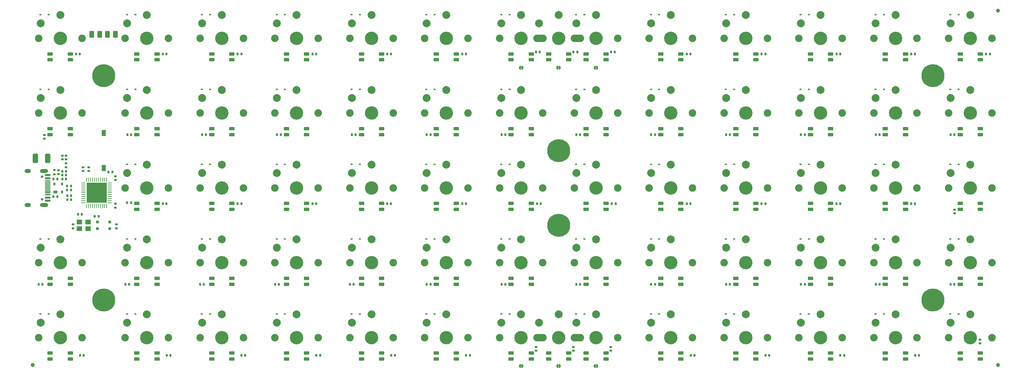
<source format=gbr>
%TF.GenerationSoftware,KiCad,Pcbnew,6.0.11-2627ca5db0~126~ubuntu22.04.1*%
%TF.CreationDate,2023-02-13T08:28:21-04:00*%
%TF.ProjectId,Topo_v0,546f706f-5f76-4302-9e6b-696361645f70,v0*%
%TF.SameCoordinates,Original*%
%TF.FileFunction,Soldermask,Top*%
%TF.FilePolarity,Negative*%
%FSLAX46Y46*%
G04 Gerber Fmt 4.6, Leading zero omitted, Abs format (unit mm)*
G04 Created by KiCad (PCBNEW 6.0.11-2627ca5db0~126~ubuntu22.04.1) date 2023-02-13 08:28:21*
%MOMM*%
%LPD*%
G01*
G04 APERTURE LIST*
G04 Aperture macros list*
%AMRoundRect*
0 Rectangle with rounded corners*
0 $1 Rounding radius*
0 $2 $3 $4 $5 $6 $7 $8 $9 X,Y pos of 4 corners*
0 Add a 4 corners polygon primitive as box body*
4,1,4,$2,$3,$4,$5,$6,$7,$8,$9,$2,$3,0*
0 Add four circle primitives for the rounded corners*
1,1,$1+$1,$2,$3*
1,1,$1+$1,$4,$5*
1,1,$1+$1,$6,$7*
1,1,$1+$1,$8,$9*
0 Add four rect primitives between the rounded corners*
20,1,$1+$1,$2,$3,$4,$5,0*
20,1,$1+$1,$4,$5,$6,$7,0*
20,1,$1+$1,$6,$7,$8,$9,0*
20,1,$1+$1,$8,$9,$2,$3,0*%
%AMFreePoly0*
4,1,17,0.186780,0.262980,0.491580,-0.041820,0.495300,-0.050800,0.495300,-0.152400,0.491580,-0.161380,0.440780,-0.212180,0.431800,-0.215900,-0.431800,-0.215900,-0.440780,-0.212180,-0.491580,-0.161380,-0.495300,-0.152400,-0.495300,-0.050800,-0.491580,-0.041820,-0.186780,0.262980,-0.177800,0.266700,0.177800,0.266700,0.186780,0.262980,0.186780,0.262980,$1*%
G04 Aperture macros list end*
%ADD10R,0.600000X0.450000*%
%ADD11RoundRect,0.140000X0.140000X0.170000X-0.140000X0.170000X-0.140000X-0.170000X0.140000X-0.170000X0*%
%ADD12RoundRect,0.140000X-0.140000X-0.170000X0.140000X-0.170000X0.140000X0.170000X-0.140000X0.170000X0*%
%ADD13RoundRect,0.205000X-0.495000X-0.205000X0.495000X-0.205000X0.495000X0.205000X-0.495000X0.205000X0*%
%ADD14RoundRect,0.205000X0.495000X0.205000X-0.495000X0.205000X-0.495000X-0.205000X0.495000X-0.205000X0*%
%ADD15RoundRect,0.312500X0.312500X-0.562500X0.312500X0.562500X-0.312500X0.562500X-0.312500X-0.562500X0*%
%ADD16RoundRect,0.140000X-0.170000X0.140000X-0.170000X-0.140000X0.170000X-0.140000X0.170000X0.140000X0*%
%ADD17FreePoly0,90.000000*%
%ADD18FreePoly0,270.000000*%
%ADD19RoundRect,0.135000X-0.135000X-0.185000X0.135000X-0.185000X0.135000X0.185000X-0.135000X0.185000X0*%
%ADD20C,5.840001*%
%ADD21R,1.100000X1.500000*%
%ADD22RoundRect,0.140000X0.170000X-0.140000X0.170000X0.140000X-0.170000X0.140000X-0.170000X-0.140000X0*%
%ADD23R,1.400000X1.200000*%
%ADD24C,1.000000*%
%ADD25RoundRect,0.062500X-0.475000X-0.062500X0.475000X-0.062500X0.475000X0.062500X-0.475000X0.062500X0*%
%ADD26RoundRect,0.062500X-0.062500X-0.475000X0.062500X-0.475000X0.062500X0.475000X-0.062500X0.475000X0*%
%ADD27R,5.200000X5.200000*%
%ADD28RoundRect,0.135000X-0.185000X0.135000X-0.185000X-0.135000X0.185000X-0.135000X0.185000X0.135000X0*%
%ADD29R,0.700000X0.750000*%
%ADD30R,1.000000X0.700000*%
%ADD31R,0.600000X0.700000*%
%ADD32RoundRect,0.135000X0.135000X0.185000X-0.135000X0.185000X-0.135000X-0.185000X0.135000X-0.185000X0*%
%ADD33RoundRect,0.250000X-0.412500X-0.925000X0.412500X-0.925000X0.412500X0.925000X-0.412500X0.925000X0*%
%ADD34RoundRect,0.135000X0.185000X-0.135000X0.185000X0.135000X-0.185000X0.135000X-0.185000X-0.135000X0*%
%ADD35RoundRect,0.147500X-0.172500X0.147500X-0.172500X-0.147500X0.172500X-0.147500X0.172500X0.147500X0*%
%ADD36C,0.650000*%
%ADD37R,1.450000X0.600000*%
%ADD38R,1.450000X0.300000*%
%ADD39O,2.100000X1.000000*%
%ADD40O,1.600000X1.000000*%
%ADD41C,1.900000*%
%ADD42C,3.400000*%
%ADD43C,2.000000*%
%ADD44O,3.400000X1.900000*%
G04 APERTURE END LIST*
D10*
%TO.C,D21*%
X163050000Y-81000000D03*
X160950000Y-81000000D03*
%TD*%
%TO.C,D49*%
X220050000Y-43000000D03*
X217950000Y-43000000D03*
%TD*%
%TO.C,D6*%
X125050000Y-100000000D03*
X122950000Y-100000000D03*
%TD*%
D11*
%TO.C,C54*%
X47980000Y-54500000D03*
X47020000Y-54500000D03*
%TD*%
D10*
%TO.C,D50*%
X239050000Y-43000000D03*
X236950000Y-43000000D03*
%TD*%
D11*
%TO.C,C60*%
X161980000Y-54500000D03*
X161020000Y-54500000D03*
%TD*%
D12*
%TO.C,C23*%
X190020000Y-110500000D03*
X190980000Y-110500000D03*
%TD*%
D13*
%TO.C,D73*%
X168550000Y-109950000D03*
X168550000Y-111450000D03*
X163450000Y-111450000D03*
X163450000Y-109950000D03*
%TD*%
D12*
%TO.C,C77*%
X227020000Y-34000000D03*
X227980000Y-34000000D03*
%TD*%
D10*
%TO.C,D47*%
X182050000Y-43000000D03*
X179950000Y-43000000D03*
%TD*%
D14*
%TO.C,D87*%
X182450000Y-92450000D03*
X182450000Y-90950000D03*
X187550000Y-90950000D03*
X187550000Y-92450000D03*
%TD*%
%TO.C,D80*%
X49450000Y-92450000D03*
X49450000Y-90950000D03*
X54550000Y-90950000D03*
X54550000Y-92450000D03*
%TD*%
D10*
%TO.C,D34*%
X182050000Y-62000000D03*
X179950000Y-62000000D03*
%TD*%
D13*
%TO.C,D119*%
X73550000Y-33950000D03*
X73550000Y-35450000D03*
X68450000Y-35450000D03*
X68450000Y-33950000D03*
%TD*%
D10*
%TO.C,D16*%
X68050000Y-81000000D03*
X65950000Y-81000000D03*
%TD*%
%TO.C,D28*%
X68050000Y-62000000D03*
X65950000Y-62000000D03*
%TD*%
%TO.C,D5*%
X106050000Y-100000000D03*
X103950000Y-100000000D03*
%TD*%
D12*
%TO.C,C17*%
X95000000Y-110500000D03*
X95960000Y-110500000D03*
%TD*%
D10*
%TO.C,D15*%
X49050000Y-81000000D03*
X46950000Y-81000000D03*
%TD*%
D14*
%TO.C,D103*%
X258450000Y-73450000D03*
X258450000Y-71950000D03*
X263550000Y-71950000D03*
X263550000Y-73450000D03*
%TD*%
%TO.C,D89*%
X220450000Y-92450000D03*
X220450000Y-90950000D03*
X225550000Y-90950000D03*
X225550000Y-92450000D03*
%TD*%
D12*
%TO.C,C6*%
X31770000Y-70000000D03*
X32730000Y-70000000D03*
%TD*%
D13*
%TO.C,D67*%
X73550000Y-109950000D03*
X73550000Y-111450000D03*
X68450000Y-111450000D03*
X68450000Y-109950000D03*
%TD*%
D15*
%TO.C,J1*%
X38000000Y-29000000D03*
X40000000Y-29000000D03*
X42000000Y-29000000D03*
X44000000Y-29000000D03*
%TD*%
D16*
%TO.C,C10*%
X44000000Y-65020000D03*
X44000000Y-65980000D03*
%TD*%
D12*
%TO.C,C75*%
X189020000Y-34000000D03*
X189980000Y-34000000D03*
%TD*%
D10*
%TO.C,D14*%
X27050000Y-81000000D03*
X24950000Y-81000000D03*
%TD*%
D12*
%TO.C,C69*%
X94020000Y-34000000D03*
X94980000Y-34000000D03*
%TD*%
%TO.C,C41*%
X56020000Y-72000000D03*
X56980000Y-72000000D03*
%TD*%
D11*
%TO.C,C29*%
X47480000Y-92500000D03*
X46520000Y-92500000D03*
%TD*%
%TO.C,C61*%
X180980000Y-54500000D03*
X180020000Y-54500000D03*
%TD*%
D17*
%TO.C,JP2*%
X156200000Y-113250000D03*
D18*
X156800000Y-113250000D03*
%TD*%
D13*
%TO.C,D128*%
X225550000Y-33950000D03*
X225550000Y-35450000D03*
X220450000Y-35450000D03*
X220450000Y-33950000D03*
%TD*%
D11*
%TO.C,C33*%
X123980000Y-92500000D03*
X123020000Y-92500000D03*
%TD*%
D13*
%TO.C,D65*%
X32550000Y-109950000D03*
X32550000Y-111450000D03*
X27450000Y-111450000D03*
X27450000Y-109950000D03*
%TD*%
D14*
%TO.C,D88*%
X201450000Y-92450000D03*
X201450000Y-90950000D03*
X206550000Y-90950000D03*
X206550000Y-92450000D03*
%TD*%
D10*
%TO.C,D33*%
X163050000Y-62000000D03*
X160950000Y-62000000D03*
%TD*%
D14*
%TO.C,D86*%
X163450000Y-92450000D03*
X163450000Y-90950000D03*
X168550000Y-90950000D03*
X168550000Y-92450000D03*
%TD*%
D10*
%TO.C,D19*%
X125050000Y-81000000D03*
X122950000Y-81000000D03*
%TD*%
%TO.C,D36*%
X220050000Y-62000000D03*
X217950000Y-62000000D03*
%TD*%
D11*
%TO.C,C31*%
X85480000Y-92500000D03*
X84520000Y-92500000D03*
%TD*%
D13*
%TO.C,D72*%
X159050000Y-109950000D03*
X159050000Y-111450000D03*
X153950000Y-111450000D03*
X153950000Y-109950000D03*
%TD*%
D11*
%TO.C,C65*%
X256980000Y-54500000D03*
X256020000Y-54500000D03*
%TD*%
D10*
%TO.C,D41*%
X68050000Y-43000000D03*
X65950000Y-43000000D03*
%TD*%
%TO.C,D1*%
X27050000Y-100000000D03*
X24950000Y-100000000D03*
%TD*%
D14*
%TO.C,D85*%
X144450000Y-92450000D03*
X144450000Y-90950000D03*
X149550000Y-90950000D03*
X149550000Y-92450000D03*
%TD*%
D10*
%TO.C,D7*%
X144050000Y-100000000D03*
X141950000Y-100000000D03*
%TD*%
%TO.C,D56*%
X106050000Y-24000000D03*
X103950000Y-24000000D03*
%TD*%
D12*
%TO.C,C25*%
X228020000Y-110500000D03*
X228980000Y-110500000D03*
%TD*%
D13*
%TO.C,D130*%
X263550000Y-33950000D03*
X263550000Y-35450000D03*
X258450000Y-35450000D03*
X258450000Y-33950000D03*
%TD*%
%TO.C,D74*%
X187550000Y-109950000D03*
X187550000Y-111450000D03*
X182450000Y-111450000D03*
X182450000Y-109950000D03*
%TD*%
D11*
%TO.C,C64*%
X237980000Y-54500000D03*
X237020000Y-54500000D03*
%TD*%
D10*
%TO.C,D17*%
X87050000Y-81000000D03*
X84950000Y-81000000D03*
%TD*%
D13*
%TO.C,D122*%
X130550000Y-33950000D03*
X130550000Y-35450000D03*
X125450000Y-35450000D03*
X125450000Y-33950000D03*
%TD*%
D10*
%TO.C,D13*%
X258050000Y-100000000D03*
X255950000Y-100000000D03*
%TD*%
D12*
%TO.C,C14*%
X35020000Y-110500000D03*
X35980000Y-110500000D03*
%TD*%
D13*
%TO.C,D99*%
X187550000Y-71950000D03*
X187550000Y-73450000D03*
X182450000Y-73450000D03*
X182450000Y-71950000D03*
%TD*%
D16*
%TO.C,C53*%
X26000000Y-54520000D03*
X26000000Y-55480000D03*
%TD*%
D14*
%TO.C,D113*%
X201450000Y-54450000D03*
X201450000Y-52950000D03*
X206550000Y-52950000D03*
X206550000Y-54450000D03*
%TD*%
%TO.C,D106*%
X68450000Y-54450000D03*
X68450000Y-52950000D03*
X73550000Y-52950000D03*
X73550000Y-54450000D03*
%TD*%
D10*
%TO.C,D38*%
X258050000Y-62000000D03*
X255950000Y-62000000D03*
%TD*%
D11*
%TO.C,C28*%
X25480000Y-92500000D03*
X24520000Y-92500000D03*
%TD*%
D13*
%TO.C,D75*%
X206550000Y-109950000D03*
X206550000Y-111450000D03*
X201450000Y-111450000D03*
X201450000Y-109950000D03*
%TD*%
D19*
%TO.C,R4*%
X28240000Y-65750000D03*
X29260000Y-65750000D03*
%TD*%
D13*
%TO.C,D102*%
X244550000Y-71950000D03*
X244550000Y-73450000D03*
X239450000Y-73450000D03*
X239450000Y-71950000D03*
%TD*%
D17*
%TO.C,JP5*%
X156200000Y-37500000D03*
D18*
X156800000Y-37500000D03*
%TD*%
D13*
%TO.C,D70*%
X130550000Y-109950000D03*
X130550000Y-111450000D03*
X125450000Y-111450000D03*
X125450000Y-109950000D03*
%TD*%
%TO.C,D94*%
X92550000Y-71950000D03*
X92550000Y-73450000D03*
X87450000Y-73450000D03*
X87450000Y-71950000D03*
%TD*%
D11*
%TO.C,C57*%
X104980000Y-54500000D03*
X104020000Y-54500000D03*
%TD*%
D10*
%TO.C,D24*%
X220050000Y-81000000D03*
X217950000Y-81000000D03*
%TD*%
D12*
%TO.C,C79*%
X265020000Y-34000000D03*
X265980000Y-34000000D03*
%TD*%
D11*
%TO.C,C35*%
X161980000Y-92500000D03*
X161020000Y-92500000D03*
%TD*%
D13*
%TO.C,D124*%
X159050000Y-33950000D03*
X159050000Y-35450000D03*
X153950000Y-35450000D03*
X153950000Y-33950000D03*
%TD*%
D10*
%TO.C,D64*%
X258050000Y-24000000D03*
X255950000Y-24000000D03*
%TD*%
D11*
%TO.C,C58*%
X123980000Y-54500000D03*
X123020000Y-54500000D03*
%TD*%
D12*
%TO.C,C16*%
X76020000Y-110500000D03*
X76980000Y-110500000D03*
%TD*%
D10*
%TO.C,D8*%
X163050000Y-100000000D03*
X160950000Y-100000000D03*
%TD*%
D12*
%TO.C,C18*%
X114020000Y-110500000D03*
X114980000Y-110500000D03*
%TD*%
%TO.C,C76*%
X208020000Y-34000000D03*
X208980000Y-34000000D03*
%TD*%
D20*
%TO.C,H6*%
X251500000Y-39500000D03*
%TD*%
D13*
%TO.C,D96*%
X130550000Y-71950000D03*
X130550000Y-73450000D03*
X125450000Y-73450000D03*
X125450000Y-71950000D03*
%TD*%
D12*
%TO.C,C70*%
X113020000Y-34000000D03*
X113980000Y-34000000D03*
%TD*%
D10*
%TO.C,D31*%
X125050000Y-62000000D03*
X122950000Y-62000000D03*
%TD*%
D13*
%TO.C,D125*%
X168550000Y-33950000D03*
X168550000Y-35450000D03*
X163450000Y-35450000D03*
X163450000Y-33950000D03*
%TD*%
D12*
%TO.C,C74*%
X169827836Y-33500000D03*
X170787836Y-33500000D03*
%TD*%
D11*
%TO.C,C59*%
X142980000Y-54500000D03*
X142020000Y-54500000D03*
%TD*%
%TO.C,C55*%
X66980000Y-54500000D03*
X66020000Y-54500000D03*
%TD*%
D13*
%TO.C,D121*%
X111550000Y-33950000D03*
X111550000Y-35450000D03*
X106450000Y-35450000D03*
X106450000Y-33950000D03*
%TD*%
D11*
%TO.C,C2*%
X31480000Y-65750000D03*
X30520000Y-65750000D03*
%TD*%
D12*
%TO.C,C48*%
X189020000Y-72000000D03*
X189980000Y-72000000D03*
%TD*%
D21*
%TO.C,SW2*%
X41000000Y-62950000D03*
X41000000Y-54050000D03*
%TD*%
D10*
%TO.C,D59*%
X163050000Y-24000000D03*
X160950000Y-24000000D03*
%TD*%
D13*
%TO.C,D127*%
X206550000Y-33950000D03*
X206550000Y-35450000D03*
X201450000Y-35450000D03*
X201450000Y-33950000D03*
%TD*%
D10*
%TO.C,D9*%
X182050000Y-100000000D03*
X179950000Y-100000000D03*
%TD*%
D22*
%TO.C,C22*%
X169750000Y-109380000D03*
X169750000Y-108420000D03*
%TD*%
D12*
%TO.C,C68*%
X75020000Y-34000000D03*
X75980000Y-34000000D03*
%TD*%
D10*
%TO.C,D18*%
X106050000Y-81000000D03*
X103950000Y-81000000D03*
%TD*%
D23*
%TO.C,Y1*%
X37100000Y-76650000D03*
X34900000Y-76650000D03*
X34900000Y-78350000D03*
X37100000Y-78350000D03*
%TD*%
D11*
%TO.C,C81*%
X39730000Y-75250000D03*
X38770000Y-75250000D03*
%TD*%
D12*
%TO.C,C43*%
X94020000Y-72000000D03*
X94980000Y-72000000D03*
%TD*%
D11*
%TO.C,C39*%
X237980000Y-92500000D03*
X237020000Y-92500000D03*
%TD*%
D24*
%TO.C,FID3*%
X268000000Y-23000000D03*
%TD*%
D10*
%TO.C,D54*%
X68050000Y-24000000D03*
X65950000Y-24000000D03*
%TD*%
D14*
%TO.C,D104*%
X27450000Y-54450000D03*
X27450000Y-52950000D03*
X32550000Y-52950000D03*
X32550000Y-54450000D03*
%TD*%
D10*
%TO.C,D42*%
X87050000Y-43000000D03*
X84950000Y-43000000D03*
%TD*%
%TO.C,D57*%
X125050000Y-24000000D03*
X122950000Y-24000000D03*
%TD*%
D16*
%TO.C,C80*%
X29500000Y-63520000D03*
X29500000Y-64480000D03*
%TD*%
D11*
%TO.C,C9*%
X35480000Y-74750000D03*
X34520000Y-74750000D03*
%TD*%
D10*
%TO.C,D22*%
X182050000Y-81000000D03*
X179950000Y-81000000D03*
%TD*%
%TO.C,D20*%
X144050000Y-81000000D03*
X141950000Y-81000000D03*
%TD*%
D12*
%TO.C,C71*%
X132020000Y-34000000D03*
X132980000Y-34000000D03*
%TD*%
D14*
%TO.C,D83*%
X106450000Y-92450000D03*
X106450000Y-90950000D03*
X111550000Y-90950000D03*
X111550000Y-92450000D03*
%TD*%
D16*
%TO.C,C11*%
X44000000Y-72020000D03*
X44000000Y-72980000D03*
%TD*%
D14*
%TO.C,D82*%
X87450000Y-92450000D03*
X87450000Y-90950000D03*
X92550000Y-90950000D03*
X92550000Y-92450000D03*
%TD*%
D10*
%TO.C,D48*%
X201050000Y-43000000D03*
X198950000Y-43000000D03*
%TD*%
D13*
%TO.C,D97*%
X149550000Y-71950000D03*
X149550000Y-73450000D03*
X144450000Y-73450000D03*
X144450000Y-71950000D03*
%TD*%
D25*
%TO.C,U1*%
X35912500Y-66750000D03*
X35912500Y-67250000D03*
X35912500Y-67750000D03*
X35912500Y-68250000D03*
X35912500Y-68750000D03*
X35912500Y-69250000D03*
X35912500Y-69750000D03*
X35912500Y-70250000D03*
X35912500Y-70750000D03*
X35912500Y-71250000D03*
X35912500Y-71750000D03*
D26*
X36750000Y-72587500D03*
X37250000Y-72587500D03*
X37750000Y-72587500D03*
X38250000Y-72587500D03*
X38750000Y-72587500D03*
X39250000Y-72587500D03*
X39750000Y-72587500D03*
X40250000Y-72587500D03*
X40750000Y-72587500D03*
X41250000Y-72587500D03*
X41750000Y-72587500D03*
D25*
X42587500Y-71750000D03*
X42587500Y-71250000D03*
X42587500Y-70750000D03*
X42587500Y-70250000D03*
X42587500Y-69750000D03*
X42587500Y-69250000D03*
X42587500Y-68750000D03*
X42587500Y-68250000D03*
X42587500Y-67750000D03*
X42587500Y-67250000D03*
X42587500Y-66750000D03*
D26*
X41750000Y-65912500D03*
X41250000Y-65912500D03*
X40750000Y-65912500D03*
X40250000Y-65912500D03*
X39750000Y-65912500D03*
X39250000Y-65912500D03*
X38750000Y-65912500D03*
X38250000Y-65912500D03*
X37750000Y-65912500D03*
X37250000Y-65912500D03*
X36750000Y-65912500D03*
D27*
X39250000Y-69250000D03*
%TD*%
D10*
%TO.C,D12*%
X239050000Y-100000000D03*
X236950000Y-100000000D03*
%TD*%
%TO.C,D30*%
X106050000Y-62000000D03*
X103950000Y-62000000D03*
%TD*%
D12*
%TO.C,C42*%
X75020000Y-72000000D03*
X75980000Y-72000000D03*
%TD*%
D13*
%TO.C,D71*%
X149550000Y-109950000D03*
X149550000Y-111450000D03*
X144450000Y-111450000D03*
X144450000Y-109950000D03*
%TD*%
D20*
%TO.C,H1*%
X41000000Y-96500000D03*
%TD*%
D14*
%TO.C,D107*%
X87450000Y-54450000D03*
X87450000Y-52950000D03*
X92550000Y-52950000D03*
X92550000Y-54450000D03*
%TD*%
D12*
%TO.C,C19*%
X133020000Y-110500000D03*
X133980000Y-110500000D03*
%TD*%
%TO.C,C24*%
X209020000Y-110500000D03*
X209980000Y-110500000D03*
%TD*%
D11*
%TO.C,C36*%
X180980000Y-92500000D03*
X180020000Y-92500000D03*
%TD*%
D12*
%TO.C,C15*%
X57020000Y-110500000D03*
X57980000Y-110500000D03*
%TD*%
D20*
%TO.C,H3*%
X156500000Y-77500000D03*
%TD*%
D10*
%TO.C,D63*%
X239050000Y-24000000D03*
X236950000Y-24000000D03*
%TD*%
D12*
%TO.C,C78*%
X246020000Y-34000000D03*
X246980000Y-34000000D03*
%TD*%
D13*
%TO.C,D101*%
X225550000Y-71950000D03*
X225550000Y-73450000D03*
X220450000Y-73450000D03*
X220450000Y-71950000D03*
%TD*%
%TO.C,D118*%
X54550000Y-33950000D03*
X54550000Y-35450000D03*
X49450000Y-35450000D03*
X49450000Y-33950000D03*
%TD*%
%TO.C,D78*%
X263550000Y-109950000D03*
X263550000Y-111450000D03*
X258450000Y-111450000D03*
X258450000Y-109950000D03*
%TD*%
D12*
%TO.C,C45*%
X132020000Y-72000000D03*
X132980000Y-72000000D03*
%TD*%
D13*
%TO.C,D77*%
X244550000Y-109950000D03*
X244550000Y-111450000D03*
X239450000Y-111450000D03*
X239450000Y-109950000D03*
%TD*%
D22*
%TO.C,C13*%
X37250000Y-63730000D03*
X37250000Y-62770000D03*
%TD*%
D10*
%TO.C,D25*%
X239050000Y-81000000D03*
X236950000Y-81000000D03*
%TD*%
%TO.C,D29*%
X87050000Y-62000000D03*
X84950000Y-62000000D03*
%TD*%
D14*
%TO.C,D90*%
X239450000Y-92450000D03*
X239450000Y-90950000D03*
X244550000Y-90950000D03*
X244550000Y-92450000D03*
%TD*%
D10*
%TO.C,D60*%
X182050000Y-24000000D03*
X179950000Y-24000000D03*
%TD*%
D11*
%TO.C,C38*%
X218980000Y-92500000D03*
X218020000Y-92500000D03*
%TD*%
D17*
%TO.C,JP6*%
X165700000Y-37500000D03*
D18*
X166300000Y-37500000D03*
%TD*%
D12*
%TO.C,C73*%
X160270000Y-33500000D03*
X161230000Y-33500000D03*
%TD*%
D13*
%TO.C,D69*%
X111550000Y-109950000D03*
X111550000Y-111450000D03*
X106450000Y-111450000D03*
X106450000Y-109950000D03*
%TD*%
D28*
%TO.C,R1*%
X28500000Y-63490000D03*
X28500000Y-64510000D03*
%TD*%
D13*
%TO.C,D68*%
X92550000Y-109950000D03*
X92550000Y-111450000D03*
X87450000Y-111450000D03*
X87450000Y-109950000D03*
%TD*%
D14*
%TO.C,D84*%
X125450000Y-92450000D03*
X125450000Y-90950000D03*
X130550000Y-90950000D03*
X130550000Y-92450000D03*
%TD*%
D12*
%TO.C,C72*%
X150770000Y-33500000D03*
X151730000Y-33500000D03*
%TD*%
D11*
%TO.C,C30*%
X66480000Y-92500000D03*
X65520000Y-92500000D03*
%TD*%
D10*
%TO.C,D26*%
X258050000Y-81000000D03*
X255950000Y-81000000D03*
%TD*%
%TO.C,D43*%
X106050000Y-43000000D03*
X103950000Y-43000000D03*
%TD*%
%TO.C,D52*%
X27050000Y-24000000D03*
X24950000Y-24000000D03*
%TD*%
%TO.C,D51*%
X258050000Y-43000000D03*
X255950000Y-43000000D03*
%TD*%
%TO.C,D39*%
X27050000Y-43000000D03*
X24950000Y-43000000D03*
%TD*%
D12*
%TO.C,C46*%
X151020000Y-72000000D03*
X151980000Y-72000000D03*
%TD*%
D13*
%TO.C,D95*%
X111550000Y-71950000D03*
X111550000Y-73450000D03*
X106450000Y-73450000D03*
X106450000Y-71950000D03*
%TD*%
D19*
%TO.C,R5*%
X28240000Y-70250000D03*
X29260000Y-70250000D03*
%TD*%
D29*
%TO.C,SW1*%
X39400000Y-76675000D03*
X42600000Y-76675000D03*
X39400000Y-78325000D03*
X42600000Y-78325000D03*
%TD*%
D30*
%TO.C,TVS1*%
X28750000Y-69000000D03*
D31*
X30450000Y-69000000D03*
X30450000Y-67000000D03*
X28550000Y-67000000D03*
%TD*%
D12*
%TO.C,C47*%
X170020000Y-72000000D03*
X170980000Y-72000000D03*
%TD*%
D16*
%TO.C,C52*%
X257000000Y-73520000D03*
X257000000Y-74480000D03*
%TD*%
D22*
%TO.C,C27*%
X263500000Y-107480000D03*
X263500000Y-106520000D03*
%TD*%
D12*
%TO.C,C50*%
X227020000Y-72000000D03*
X227980000Y-72000000D03*
%TD*%
D10*
%TO.C,D55*%
X87050000Y-24000000D03*
X84950000Y-24000000D03*
%TD*%
D11*
%TO.C,C56*%
X85980000Y-54500000D03*
X85020000Y-54500000D03*
%TD*%
D14*
%TO.C,D116*%
X258450000Y-54450000D03*
X258450000Y-52950000D03*
X263550000Y-52950000D03*
X263550000Y-54450000D03*
%TD*%
D13*
%TO.C,D120*%
X92550000Y-33950000D03*
X92550000Y-35450000D03*
X87450000Y-35450000D03*
X87450000Y-33950000D03*
%TD*%
D10*
%TO.C,D27*%
X49050000Y-62000000D03*
X46950000Y-62000000D03*
%TD*%
D20*
%TO.C,H4*%
X156500000Y-58500000D03*
%TD*%
D10*
%TO.C,D35*%
X201050000Y-62000000D03*
X198950000Y-62000000D03*
%TD*%
D22*
%TO.C,C12*%
X35750000Y-63730000D03*
X35750000Y-62770000D03*
%TD*%
D12*
%TO.C,C44*%
X113020000Y-72000000D03*
X113980000Y-72000000D03*
%TD*%
D14*
%TO.C,D110*%
X144450000Y-54450000D03*
X144450000Y-52950000D03*
X149550000Y-52950000D03*
X149550000Y-54450000D03*
%TD*%
D10*
%TO.C,D4*%
X87050000Y-100000000D03*
X84950000Y-100000000D03*
%TD*%
D13*
%TO.C,D93*%
X73550000Y-71950000D03*
X73550000Y-73450000D03*
X68450000Y-73450000D03*
X68450000Y-71950000D03*
%TD*%
D11*
%TO.C,C34*%
X142980000Y-92500000D03*
X142020000Y-92500000D03*
%TD*%
D12*
%TO.C,C4*%
X30520000Y-63750000D03*
X31480000Y-63750000D03*
%TD*%
D17*
%TO.C,JP4*%
X146700000Y-37500000D03*
D18*
X147300000Y-37500000D03*
%TD*%
D13*
%TO.C,D98*%
X168550000Y-71950000D03*
X168550000Y-73450000D03*
X163450000Y-73450000D03*
X163450000Y-71950000D03*
%TD*%
D10*
%TO.C,D58*%
X144050000Y-24000000D03*
X141950000Y-24000000D03*
%TD*%
D14*
%TO.C,D115*%
X239450000Y-54450000D03*
X239450000Y-52950000D03*
X244550000Y-52950000D03*
X244550000Y-54450000D03*
%TD*%
%TO.C,D105*%
X49450000Y-54450000D03*
X49450000Y-52950000D03*
X54550000Y-52950000D03*
X54550000Y-54450000D03*
%TD*%
D10*
%TO.C,D62*%
X220050000Y-24000000D03*
X217950000Y-24000000D03*
%TD*%
D12*
%TO.C,C51*%
X246020000Y-72000000D03*
X246980000Y-72000000D03*
%TD*%
D13*
%TO.C,D100*%
X206550000Y-71950000D03*
X206550000Y-73450000D03*
X201450000Y-73450000D03*
X201450000Y-71950000D03*
%TD*%
D11*
%TO.C,C32*%
X104480000Y-92500000D03*
X103520000Y-92500000D03*
%TD*%
D13*
%TO.C,D126*%
X187550000Y-33950000D03*
X187550000Y-35450000D03*
X182450000Y-35450000D03*
X182450000Y-33950000D03*
%TD*%
D24*
%TO.C,FID2*%
X268000000Y-113000000D03*
%TD*%
D11*
%TO.C,C3*%
X31480000Y-64750000D03*
X30520000Y-64750000D03*
%TD*%
D10*
%TO.C,D23*%
X201050000Y-81000000D03*
X198950000Y-81000000D03*
%TD*%
D14*
%TO.C,D109*%
X125450000Y-54450000D03*
X125450000Y-52950000D03*
X130550000Y-52950000D03*
X130550000Y-54450000D03*
%TD*%
%TO.C,D112*%
X182450000Y-54450000D03*
X182450000Y-52950000D03*
X187550000Y-52950000D03*
X187550000Y-54450000D03*
%TD*%
D10*
%TO.C,D46*%
X163050000Y-43000000D03*
X160950000Y-43000000D03*
%TD*%
D17*
%TO.C,JP3*%
X165700000Y-113250000D03*
D18*
X166300000Y-113250000D03*
%TD*%
D20*
%TO.C,H2*%
X251500000Y-96500000D03*
%TD*%
D16*
%TO.C,C5*%
X30500000Y-59770000D03*
X30500000Y-60730000D03*
%TD*%
D12*
%TO.C,C7*%
X31770000Y-71000000D03*
X32730000Y-71000000D03*
%TD*%
D13*
%TO.C,D129*%
X244550000Y-33950000D03*
X244550000Y-35450000D03*
X239450000Y-35450000D03*
X239450000Y-33950000D03*
%TD*%
%TO.C,D117*%
X32550000Y-33950000D03*
X32550000Y-35450000D03*
X27450000Y-35450000D03*
X27450000Y-33950000D03*
%TD*%
D12*
%TO.C,C67*%
X56020000Y-34000000D03*
X56980000Y-34000000D03*
%TD*%
D10*
%TO.C,D3*%
X68050000Y-100000000D03*
X65950000Y-100000000D03*
%TD*%
D11*
%TO.C,C37*%
X199980000Y-92500000D03*
X199020000Y-92500000D03*
%TD*%
D10*
%TO.C,D53*%
X49050000Y-24000000D03*
X46950000Y-24000000D03*
%TD*%
D14*
%TO.C,D79*%
X27450000Y-92450000D03*
X27450000Y-90950000D03*
X32550000Y-90950000D03*
X32550000Y-92450000D03*
%TD*%
D24*
%TO.C,FID1*%
X23000000Y-113000000D03*
%TD*%
D13*
%TO.C,D92*%
X54550000Y-71950000D03*
X54550000Y-73450000D03*
X49450000Y-73450000D03*
X49450000Y-71950000D03*
%TD*%
D10*
%TO.C,D10*%
X201050000Y-100000000D03*
X198950000Y-100000000D03*
%TD*%
D14*
%TO.C,D91*%
X258450000Y-92450000D03*
X258450000Y-90950000D03*
X263550000Y-90950000D03*
X263550000Y-92450000D03*
%TD*%
D12*
%TO.C,C49*%
X208020000Y-72000000D03*
X208980000Y-72000000D03*
%TD*%
D14*
%TO.C,D81*%
X68450000Y-92450000D03*
X68450000Y-90950000D03*
X73550000Y-90950000D03*
X73550000Y-92450000D03*
%TD*%
D13*
%TO.C,D123*%
X149550000Y-33950000D03*
X149550000Y-35450000D03*
X144450000Y-35450000D03*
X144450000Y-33950000D03*
%TD*%
D11*
%TO.C,C63*%
X218980000Y-54500000D03*
X218020000Y-54500000D03*
%TD*%
D32*
%TO.C,R8*%
X32760000Y-67500000D03*
X31740000Y-67500000D03*
%TD*%
D19*
%TO.C,R3*%
X42240000Y-64000000D03*
X43260000Y-64000000D03*
%TD*%
%TO.C,R6*%
X46990000Y-71750000D03*
X48010000Y-71750000D03*
%TD*%
D33*
%TO.C,C1*%
X23712500Y-60500000D03*
X26787500Y-60500000D03*
%TD*%
D10*
%TO.C,D32*%
X144050000Y-62000000D03*
X141950000Y-62000000D03*
%TD*%
D14*
%TO.C,D108*%
X106450000Y-54450000D03*
X106450000Y-52950000D03*
X111550000Y-52950000D03*
X111550000Y-54450000D03*
%TD*%
D32*
%TO.C,R7*%
X32760000Y-68500000D03*
X31740000Y-68500000D03*
%TD*%
D34*
%TO.C,R2*%
X44250000Y-78260000D03*
X44250000Y-77240000D03*
%TD*%
D13*
%TO.C,D76*%
X225550000Y-109950000D03*
X225550000Y-111450000D03*
X220450000Y-111450000D03*
X220450000Y-109950000D03*
%TD*%
D20*
%TO.C,H5*%
X41000000Y-39500000D03*
%TD*%
D11*
%TO.C,C62*%
X199980000Y-54500000D03*
X199020000Y-54500000D03*
%TD*%
D35*
%TO.C,FB1*%
X31500000Y-61765000D03*
X31500000Y-62735000D03*
%TD*%
D16*
%TO.C,C82*%
X33250000Y-77270000D03*
X33250000Y-78230000D03*
%TD*%
D17*
%TO.C,JP1*%
X146700000Y-113250000D03*
D18*
X147300000Y-113250000D03*
%TD*%
D14*
%TO.C,D114*%
X220450000Y-54450000D03*
X220450000Y-52950000D03*
X225550000Y-52950000D03*
X225550000Y-54450000D03*
%TD*%
D10*
%TO.C,D40*%
X49050000Y-43000000D03*
X46950000Y-43000000D03*
%TD*%
D13*
%TO.C,D66*%
X54550000Y-109950000D03*
X54550000Y-111450000D03*
X49450000Y-111450000D03*
X49450000Y-109950000D03*
%TD*%
D11*
%TO.C,C40*%
X256980000Y-92500000D03*
X256020000Y-92500000D03*
%TD*%
D22*
%TO.C,C8*%
X31500000Y-60730000D03*
X31500000Y-59770000D03*
%TD*%
D10*
%TO.C,D2*%
X49050000Y-100000000D03*
X46950000Y-100000000D03*
%TD*%
%TO.C,D61*%
X201050000Y-24000000D03*
X198950000Y-24000000D03*
%TD*%
D12*
%TO.C,C26*%
X247020000Y-110500000D03*
X247980000Y-110500000D03*
%TD*%
D10*
%TO.C,D11*%
X220050000Y-100000000D03*
X217950000Y-100000000D03*
%TD*%
%TO.C,D37*%
X239050000Y-62000000D03*
X236950000Y-62000000D03*
%TD*%
D22*
%TO.C,C21*%
X160250000Y-109380000D03*
X160250000Y-108420000D03*
%TD*%
D14*
%TO.C,D111*%
X163450000Y-54450000D03*
X163450000Y-52950000D03*
X168550000Y-52950000D03*
X168550000Y-54450000D03*
%TD*%
D10*
%TO.C,D45*%
X144050000Y-43000000D03*
X141950000Y-43000000D03*
%TD*%
%TO.C,D44*%
X125050000Y-43000000D03*
X122950000Y-43000000D03*
%TD*%
D12*
%TO.C,C66*%
X34020000Y-34000000D03*
X34980000Y-34000000D03*
%TD*%
D36*
%TO.C,P1*%
X25350000Y-65110000D03*
X25350000Y-70890000D03*
D37*
X26795000Y-64750000D03*
X26795000Y-65550000D03*
D38*
X26795000Y-66750000D03*
X26795000Y-67750000D03*
X26795000Y-68250000D03*
X26795000Y-69250000D03*
D37*
X26795000Y-70450000D03*
X26795000Y-71250000D03*
X26795000Y-71250000D03*
X26795000Y-70450000D03*
D38*
X26795000Y-69750000D03*
X26795000Y-68750000D03*
X26795000Y-67250000D03*
X26795000Y-66250000D03*
D37*
X26795000Y-65550000D03*
X26795000Y-64750000D03*
D39*
X25880000Y-72320000D03*
X25880000Y-63680000D03*
D40*
X21700000Y-72320000D03*
X21700000Y-63680000D03*
%TD*%
D22*
%TO.C,C20*%
X150750000Y-109380000D03*
X150750000Y-108420000D03*
%TD*%
D41*
%TO.C,SW52*%
X266500000Y-49000000D03*
D42*
X261000000Y-49000000D03*
D41*
X255500000Y-49000000D03*
D43*
X256000000Y-45200000D03*
X261000000Y-43100000D03*
%TD*%
D41*
%TO.C,SW42*%
X76500000Y-49000000D03*
D42*
X71000000Y-49000000D03*
D41*
X65500000Y-49000000D03*
D43*
X66000000Y-45200000D03*
X71000000Y-43100000D03*
%TD*%
D42*
%TO.C,SW41*%
X52000000Y-49000000D03*
D41*
X57500000Y-49000000D03*
X46500000Y-49000000D03*
D43*
X47000000Y-45200000D03*
X52000000Y-43100000D03*
%TD*%
D41*
%TO.C,SW43*%
X95500000Y-49000000D03*
D42*
X90000000Y-49000000D03*
D41*
X84500000Y-49000000D03*
D43*
X85000000Y-45200000D03*
X90000000Y-43100000D03*
%TD*%
D42*
%TO.C,SW12*%
X223000000Y-106000000D03*
D41*
X228500000Y-106000000D03*
X217500000Y-106000000D03*
D43*
X218000000Y-102200000D03*
X223000000Y-100100000D03*
%TD*%
D41*
%TO.C,SW4*%
X46500000Y-106000000D03*
X57500000Y-106000000D03*
D42*
X52000000Y-106000000D03*
D43*
X47000000Y-102200000D03*
X52000000Y-100100000D03*
%TD*%
D41*
%TO.C,SW7*%
X114500000Y-106000000D03*
D42*
X109000000Y-106000000D03*
D41*
X103500000Y-106000000D03*
D43*
X104000000Y-102200000D03*
X109000000Y-100100000D03*
%TD*%
D41*
%TO.C,SW57*%
X103500000Y-30000000D03*
X114500000Y-30000000D03*
D42*
X109000000Y-30000000D03*
D43*
X104000000Y-26200000D03*
X109000000Y-24100000D03*
%TD*%
D41*
%TO.C,SW53*%
X24500000Y-30000000D03*
D42*
X30000000Y-30000000D03*
D41*
X35500000Y-30000000D03*
D43*
X25000000Y-26200000D03*
X30000000Y-24100000D03*
%TD*%
D41*
%TO.C,SW31*%
X114500000Y-68000000D03*
X103500000Y-68000000D03*
D42*
X109000000Y-68000000D03*
D43*
X104000000Y-64200000D03*
X109000000Y-62100000D03*
%TD*%
D41*
%TO.C,SW55*%
X65500000Y-30000000D03*
D42*
X71000000Y-30000000D03*
D41*
X76500000Y-30000000D03*
D43*
X66000000Y-26200000D03*
X71000000Y-24100000D03*
%TD*%
D41*
%TO.C,SW25*%
X217500000Y-87000000D03*
X228500000Y-87000000D03*
D42*
X223000000Y-87000000D03*
D43*
X218000000Y-83200000D03*
X223000000Y-81100000D03*
%TD*%
D41*
%TO.C,SW32*%
X122500000Y-68000000D03*
X133500000Y-68000000D03*
D42*
X128000000Y-68000000D03*
D43*
X123000000Y-64200000D03*
X128000000Y-62100000D03*
%TD*%
D41*
%TO.C,SW49*%
X209500000Y-49000000D03*
X198500000Y-49000000D03*
D42*
X204000000Y-49000000D03*
D43*
X199000000Y-45200000D03*
X204000000Y-43100000D03*
%TD*%
D41*
%TO.C,SW15*%
X35500000Y-87000000D03*
X24500000Y-87000000D03*
D42*
X30000000Y-87000000D03*
D43*
X25000000Y-83200000D03*
X30000000Y-81100000D03*
%TD*%
D42*
%TO.C,SW28*%
X52000000Y-68000000D03*
D41*
X46500000Y-68000000D03*
X57500000Y-68000000D03*
D43*
X47000000Y-64200000D03*
X52000000Y-62100000D03*
%TD*%
D41*
%TO.C,SW16*%
X57500000Y-87000000D03*
X46500000Y-87000000D03*
D42*
X52000000Y-87000000D03*
D43*
X47000000Y-83200000D03*
X52000000Y-81100000D03*
%TD*%
D41*
%TO.C,SW30*%
X95500000Y-68000000D03*
X84500000Y-68000000D03*
D42*
X90000000Y-68000000D03*
D43*
X85000000Y-64200000D03*
X90000000Y-62100000D03*
%TD*%
D42*
%TO.C,SW56*%
X90000000Y-30000000D03*
D41*
X84500000Y-30000000D03*
X95500000Y-30000000D03*
D43*
X85000000Y-26200000D03*
X90000000Y-24100000D03*
%TD*%
D41*
%TO.C,SW35*%
X179500000Y-68000000D03*
X190500000Y-68000000D03*
D42*
X185000000Y-68000000D03*
D43*
X180000000Y-64200000D03*
X185000000Y-62100000D03*
%TD*%
D42*
%TO.C,SW47*%
X166000000Y-49000000D03*
D41*
X171500000Y-49000000D03*
X160500000Y-49000000D03*
D43*
X161000000Y-45200000D03*
X166000000Y-43100000D03*
%TD*%
D41*
%TO.C,SW39*%
X255500000Y-68000000D03*
X266500000Y-68000000D03*
D42*
X261000000Y-68000000D03*
D43*
X256000000Y-64200000D03*
X261000000Y-62100000D03*
%TD*%
D41*
%TO.C,SW13*%
X236500000Y-106000000D03*
X247500000Y-106000000D03*
D42*
X242000000Y-106000000D03*
D43*
X237000000Y-102200000D03*
X242000000Y-100100000D03*
%TD*%
D42*
%TO.C,SW63*%
X242000000Y-30000000D03*
D41*
X247500000Y-30000000D03*
X236500000Y-30000000D03*
D43*
X237000000Y-26200000D03*
X242000000Y-24100000D03*
%TD*%
D42*
%TO.C,SW23*%
X185000000Y-87000000D03*
D41*
X179500000Y-87000000D03*
X190500000Y-87000000D03*
D43*
X180000000Y-83200000D03*
X185000000Y-81100000D03*
%TD*%
D41*
%TO.C,SW5*%
X76500000Y-106000000D03*
X65500000Y-106000000D03*
D42*
X71000000Y-106000000D03*
D43*
X66000000Y-102200000D03*
X71000000Y-100100000D03*
%TD*%
D42*
%TO.C,SW48*%
X185000000Y-49000000D03*
D41*
X179500000Y-49000000D03*
X190500000Y-49000000D03*
D43*
X180000000Y-45200000D03*
X185000000Y-43100000D03*
%TD*%
D42*
%TO.C,SW21*%
X147000000Y-87000000D03*
D41*
X152500000Y-87000000D03*
X141500000Y-87000000D03*
D43*
X142000000Y-83200000D03*
X147000000Y-81100000D03*
%TD*%
D42*
%TO.C,SW17*%
X71000000Y-87000000D03*
D41*
X65500000Y-87000000D03*
X76500000Y-87000000D03*
D43*
X66000000Y-83200000D03*
X71000000Y-81100000D03*
%TD*%
D41*
%TO.C,SW38*%
X247500000Y-68000000D03*
X236500000Y-68000000D03*
D42*
X242000000Y-68000000D03*
D43*
X237000000Y-64200000D03*
X242000000Y-62100000D03*
%TD*%
D41*
%TO.C,SW60*%
X190500000Y-30000000D03*
D42*
X185000000Y-30000000D03*
D41*
X179500000Y-30000000D03*
D43*
X180000000Y-26200000D03*
X185000000Y-24100000D03*
%TD*%
D41*
%TO.C,SW6*%
X84500000Y-106000000D03*
D42*
X90000000Y-106000000D03*
D41*
X95500000Y-106000000D03*
D43*
X85000000Y-102200000D03*
X90000000Y-100100000D03*
%TD*%
D41*
%TO.C,SW40*%
X24500000Y-49000000D03*
X35500000Y-49000000D03*
D42*
X30000000Y-49000000D03*
D43*
X25000000Y-45200000D03*
X30000000Y-43100000D03*
%TD*%
D42*
%TO.C,SW8*%
X128000000Y-106000000D03*
D41*
X122500000Y-106000000D03*
X133500000Y-106000000D03*
D43*
X123000000Y-102200000D03*
X128000000Y-100100000D03*
%TD*%
D41*
%TO.C,SW14*%
X255500000Y-106000000D03*
D42*
X261000000Y-106000000D03*
D41*
X266500000Y-106000000D03*
D43*
X256000000Y-102200000D03*
X261000000Y-100100000D03*
%TD*%
D41*
%TO.C,SW44*%
X103500000Y-49000000D03*
X114500000Y-49000000D03*
D42*
X109000000Y-49000000D03*
D43*
X104000000Y-45200000D03*
X109000000Y-43100000D03*
%TD*%
D41*
%TO.C,SW24*%
X198500000Y-87000000D03*
D42*
X204000000Y-87000000D03*
D41*
X209500000Y-87000000D03*
D43*
X199000000Y-83200000D03*
X204000000Y-81100000D03*
%TD*%
D41*
%TO.C,SW54*%
X57500000Y-30000000D03*
X46500000Y-30000000D03*
D42*
X52000000Y-30000000D03*
D43*
X47000000Y-26200000D03*
X52000000Y-24100000D03*
%TD*%
D42*
%TO.C,SW59*%
X156500000Y-30000000D03*
D41*
X171500000Y-30000000D03*
D42*
X147000000Y-30000000D03*
D41*
X141500000Y-30000000D03*
D44*
X151750000Y-30000000D03*
X161250000Y-30000000D03*
D42*
X166000000Y-30000000D03*
D43*
X142000000Y-26200000D03*
X151500000Y-26200000D03*
X147000000Y-24100000D03*
X156500000Y-24100000D03*
X161000000Y-26200000D03*
X166000000Y-24100000D03*
%TD*%
D42*
%TO.C,SW50*%
X223000000Y-49000000D03*
D41*
X228500000Y-49000000D03*
X217500000Y-49000000D03*
D43*
X218000000Y-45200000D03*
X223000000Y-43100000D03*
%TD*%
D42*
%TO.C,SW37*%
X223000000Y-68000000D03*
D41*
X228500000Y-68000000D03*
X217500000Y-68000000D03*
D43*
X218000000Y-64200000D03*
X223000000Y-62100000D03*
%TD*%
D41*
%TO.C,SW34*%
X171500000Y-68000000D03*
X160500000Y-68000000D03*
D42*
X166000000Y-68000000D03*
D43*
X161000000Y-64200000D03*
X166000000Y-62100000D03*
%TD*%
D42*
%TO.C,SW10*%
X185000000Y-106000000D03*
D41*
X179500000Y-106000000D03*
X190500000Y-106000000D03*
D43*
X180000000Y-102200000D03*
X185000000Y-100100000D03*
%TD*%
D42*
%TO.C,SW9*%
X166000000Y-106000000D03*
X147000000Y-106000000D03*
D44*
X161250000Y-106000000D03*
D42*
X156500000Y-106000000D03*
D41*
X141500000Y-106000000D03*
X171500000Y-106000000D03*
D44*
X151750000Y-106000000D03*
D43*
X142000000Y-102200000D03*
X151500000Y-102200000D03*
X156500000Y-100100000D03*
X147000000Y-100100000D03*
X161000000Y-102200000D03*
X166000000Y-100100000D03*
%TD*%
D41*
%TO.C,SW22*%
X160500000Y-87000000D03*
D42*
X166000000Y-87000000D03*
D41*
X171500000Y-87000000D03*
D43*
X161000000Y-83200000D03*
X166000000Y-81100000D03*
%TD*%
D42*
%TO.C,SW64*%
X261000000Y-30000000D03*
D41*
X266500000Y-30000000D03*
X255500000Y-30000000D03*
D43*
X256000000Y-26200000D03*
X261000000Y-24100000D03*
%TD*%
D42*
%TO.C,SW19*%
X109000000Y-87000000D03*
D41*
X103500000Y-87000000D03*
X114500000Y-87000000D03*
D43*
X104000000Y-83200000D03*
X109000000Y-81100000D03*
%TD*%
D41*
%TO.C,SW46*%
X141500000Y-49000000D03*
D42*
X147000000Y-49000000D03*
D41*
X152500000Y-49000000D03*
D43*
X142000000Y-45200000D03*
X147000000Y-43100000D03*
%TD*%
D41*
%TO.C,SW26*%
X236500000Y-87000000D03*
D42*
X242000000Y-87000000D03*
D41*
X247500000Y-87000000D03*
D43*
X237000000Y-83200000D03*
X242000000Y-81100000D03*
%TD*%
D42*
%TO.C,SW58*%
X128000000Y-30000000D03*
D41*
X133500000Y-30000000D03*
X122500000Y-30000000D03*
D43*
X123000000Y-26200000D03*
X128000000Y-24100000D03*
%TD*%
D41*
%TO.C,SW33*%
X141500000Y-68000000D03*
X152500000Y-68000000D03*
D42*
X147000000Y-68000000D03*
D43*
X142000000Y-64200000D03*
X147000000Y-62100000D03*
%TD*%
D41*
%TO.C,SW20*%
X122500000Y-87000000D03*
D42*
X128000000Y-87000000D03*
D41*
X133500000Y-87000000D03*
D43*
X123000000Y-83200000D03*
X128000000Y-81100000D03*
%TD*%
D42*
%TO.C,SW45*%
X128000000Y-49000000D03*
D41*
X133500000Y-49000000D03*
X122500000Y-49000000D03*
D43*
X123000000Y-45200000D03*
X128000000Y-43100000D03*
%TD*%
D41*
%TO.C,SW61*%
X209500000Y-30000000D03*
D42*
X204000000Y-30000000D03*
D41*
X198500000Y-30000000D03*
D43*
X199000000Y-26200000D03*
X204000000Y-24100000D03*
%TD*%
D41*
%TO.C,SW11*%
X209500000Y-106000000D03*
X198500000Y-106000000D03*
D42*
X204000000Y-106000000D03*
D43*
X199000000Y-102200000D03*
X204000000Y-100100000D03*
%TD*%
D41*
%TO.C,SW36*%
X209500000Y-68000000D03*
D42*
X204000000Y-68000000D03*
D41*
X198500000Y-68000000D03*
D43*
X199000000Y-64200000D03*
X204000000Y-62100000D03*
%TD*%
D41*
%TO.C,SW29*%
X76500000Y-68000000D03*
D42*
X71000000Y-68000000D03*
D41*
X65500000Y-68000000D03*
D43*
X66000000Y-64200000D03*
X71000000Y-62100000D03*
%TD*%
D41*
%TO.C,SW18*%
X95500000Y-87000000D03*
X84500000Y-87000000D03*
D42*
X90000000Y-87000000D03*
D43*
X85000000Y-83200000D03*
X90000000Y-81100000D03*
%TD*%
D41*
%TO.C,SW27*%
X266500000Y-87000000D03*
D42*
X261000000Y-87000000D03*
D41*
X255500000Y-87000000D03*
D43*
X256000000Y-83200000D03*
X261000000Y-81100000D03*
%TD*%
D42*
%TO.C,SW62*%
X223000000Y-30000000D03*
D41*
X217500000Y-30000000D03*
X228500000Y-30000000D03*
D43*
X218000000Y-26200000D03*
X223000000Y-24100000D03*
%TD*%
D41*
%TO.C,SW51*%
X236500000Y-49000000D03*
D42*
X242000000Y-49000000D03*
D41*
X247500000Y-49000000D03*
D43*
X237000000Y-45200000D03*
X242000000Y-43100000D03*
%TD*%
D41*
%TO.C,SW3*%
X35500000Y-106000000D03*
X24500000Y-106000000D03*
D42*
X30000000Y-106000000D03*
D43*
X25000000Y-102200000D03*
X30000000Y-100100000D03*
%TD*%
M02*

</source>
